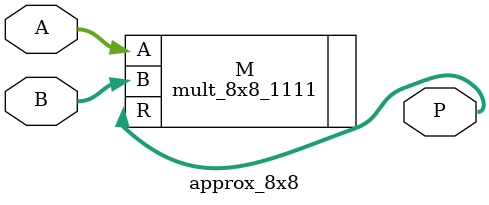
<source format=v>
`timescale 1ns / 1ps


module approx_8x8(
input [7:0]A,
input [7:0]B,

output [15:0]P
    );
    wire [15:0]P_1;
      mult_8x8_1111 M(.A(A),.B(B),.R(P)); //change this module name
   
    
endmodule

</source>
